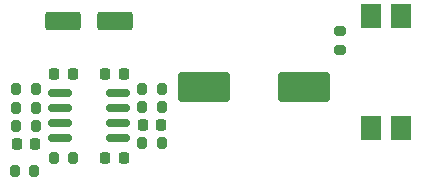
<source format=gbr>
%TF.GenerationSoftware,KiCad,Pcbnew,(6.0.9)*%
%TF.CreationDate,2022-11-10T15:00:12+05:30*%
%TF.ProjectId,Gate Driver TLP152,47617465-2044-4726-9976-657220544c50,rev?*%
%TF.SameCoordinates,Original*%
%TF.FileFunction,Paste,Bot*%
%TF.FilePolarity,Positive*%
%FSLAX46Y46*%
G04 Gerber Fmt 4.6, Leading zero omitted, Abs format (unit mm)*
G04 Created by KiCad (PCBNEW (6.0.9)) date 2022-11-10 15:00:12*
%MOMM*%
%LPD*%
G01*
G04 APERTURE LIST*
G04 Aperture macros list*
%AMRoundRect*
0 Rectangle with rounded corners*
0 $1 Rounding radius*
0 $2 $3 $4 $5 $6 $7 $8 $9 X,Y pos of 4 corners*
0 Add a 4 corners polygon primitive as box body*
4,1,4,$2,$3,$4,$5,$6,$7,$8,$9,$2,$3,0*
0 Add four circle primitives for the rounded corners*
1,1,$1+$1,$2,$3*
1,1,$1+$1,$4,$5*
1,1,$1+$1,$6,$7*
1,1,$1+$1,$8,$9*
0 Add four rect primitives between the rounded corners*
20,1,$1+$1,$2,$3,$4,$5,0*
20,1,$1+$1,$4,$5,$6,$7,0*
20,1,$1+$1,$6,$7,$8,$9,0*
20,1,$1+$1,$8,$9,$2,$3,0*%
G04 Aperture macros list end*
%ADD10RoundRect,0.225000X-0.225000X-0.250000X0.225000X-0.250000X0.225000X0.250000X-0.225000X0.250000X0*%
%ADD11RoundRect,0.200000X0.200000X0.275000X-0.200000X0.275000X-0.200000X-0.275000X0.200000X-0.275000X0*%
%ADD12RoundRect,0.225000X0.225000X0.250000X-0.225000X0.250000X-0.225000X-0.250000X0.225000X-0.250000X0*%
%ADD13R,1.780000X2.000000*%
%ADD14RoundRect,0.250000X-1.950000X-1.000000X1.950000X-1.000000X1.950000X1.000000X-1.950000X1.000000X0*%
%ADD15RoundRect,0.150000X0.825000X0.150000X-0.825000X0.150000X-0.825000X-0.150000X0.825000X-0.150000X0*%
%ADD16RoundRect,0.200000X-0.200000X-0.275000X0.200000X-0.275000X0.200000X0.275000X-0.200000X0.275000X0*%
%ADD17RoundRect,0.200000X0.275000X-0.200000X0.275000X0.200000X-0.275000X0.200000X-0.275000X-0.200000X0*%
%ADD18RoundRect,0.250000X1.250000X0.550000X-1.250000X0.550000X-1.250000X-0.550000X1.250000X-0.550000X0*%
G04 APERTURE END LIST*
D10*
%TO.C,C5*%
X10147000Y-9398000D03*
X11697000Y-9398000D03*
%TD*%
D11*
%TO.C,R15*%
X7429000Y-16510000D03*
X5779000Y-16510000D03*
%TD*%
%TO.C,R17*%
X4254000Y-13843000D03*
X2604000Y-13843000D03*
%TD*%
D12*
%TO.C,C7*%
X4204000Y-15367000D03*
X2654000Y-15367000D03*
%TD*%
D13*
%TO.C,U2*%
X32639000Y-4506000D03*
X35179000Y-4506000D03*
X35179000Y-14036000D03*
X32639000Y-14036000D03*
%TD*%
D12*
%TO.C,C2*%
X7379000Y-9398000D03*
X5829000Y-9398000D03*
%TD*%
D10*
%TO.C,C4*%
X13322000Y-13716000D03*
X14872000Y-13716000D03*
%TD*%
D14*
%TO.C,C3*%
X18533000Y-10541000D03*
X26933000Y-10541000D03*
%TD*%
D15*
%TO.C,U1*%
X11238000Y-11049000D03*
X11238000Y-12319000D03*
X11238000Y-13589000D03*
X11238000Y-14859000D03*
X6288000Y-14859000D03*
X6288000Y-13589000D03*
X6288000Y-12319000D03*
X6288000Y-11049000D03*
%TD*%
D16*
%TO.C,R18*%
X2604000Y-10668000D03*
X4254000Y-10668000D03*
%TD*%
%TO.C,R10*%
X13272000Y-12192000D03*
X14922000Y-12192000D03*
%TD*%
%TO.C,R8*%
X13272000Y-10668000D03*
X14922000Y-10668000D03*
%TD*%
D11*
%TO.C,R12*%
X4127000Y-17653000D03*
X2477000Y-17653000D03*
%TD*%
D17*
%TO.C,R20*%
X29972000Y-7429000D03*
X29972000Y-5779000D03*
%TD*%
D18*
%TO.C,C1*%
X10963000Y-4953000D03*
X6563000Y-4953000D03*
%TD*%
D11*
%TO.C,R9*%
X14922000Y-15240000D03*
X13272000Y-15240000D03*
%TD*%
%TO.C,R16*%
X4254000Y-12319000D03*
X2604000Y-12319000D03*
%TD*%
D10*
%TO.C,C6*%
X10147000Y-16510000D03*
X11697000Y-16510000D03*
%TD*%
M02*

</source>
